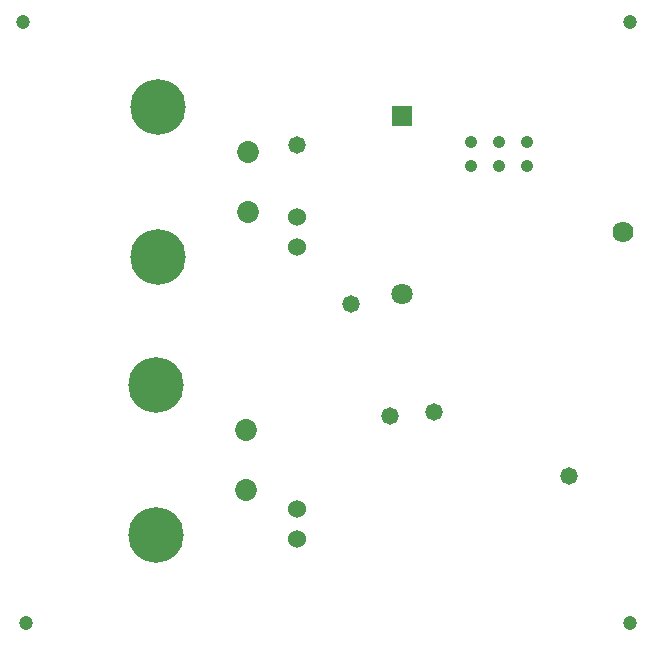
<source format=gbs>
G04*
G04 #@! TF.GenerationSoftware,Altium Limited,Altium Designer,25.4.2 (15)*
G04*
G04 Layer_Color=16711935*
%FSLAX44Y44*%
%MOMM*%
G71*
G04*
G04 #@! TF.SameCoordinates,15869630-21D1-4171-BE07-BC68FFD32C74*
G04*
G04*
G04 #@! TF.FilePolarity,Negative*
G04*
G01*
G75*
%ADD45C,1.5240*%
%ADD46C,1.2032*%
%ADD47C,1.8532*%
%ADD48C,4.7032*%
%ADD49R,1.8032X1.8032*%
%ADD50C,1.8032*%
%ADD51C,1.7800*%
%ADD52C,1.4732*%
%ADD53C,1.0668*%
D45*
X257810Y123190D02*
D03*
Y97790D02*
D03*
Y370840D02*
D03*
Y345440D02*
D03*
D46*
X27940Y26670D02*
D03*
X539750Y535940D02*
D03*
Y26670D02*
D03*
X25400Y535940D02*
D03*
D47*
X215900Y374650D02*
D03*
Y425450D02*
D03*
X214630Y190500D02*
D03*
Y139700D02*
D03*
D48*
X139700Y463550D02*
D03*
Y336550D02*
D03*
X138430Y101600D02*
D03*
Y228600D02*
D03*
D49*
X346710Y455930D02*
D03*
D50*
Y305930D02*
D03*
D51*
X533400Y358140D02*
D03*
D52*
X487680Y151130D02*
D03*
X303530Y297180D02*
D03*
X336550Y201930D02*
D03*
X373380Y205740D02*
D03*
X257810Y431800D02*
D03*
D53*
X428625Y434340D02*
D03*
X405130D02*
D03*
X452120Y414020D02*
D03*
X428625D02*
D03*
X405130D02*
D03*
X452120Y434340D02*
D03*
M02*

</source>
